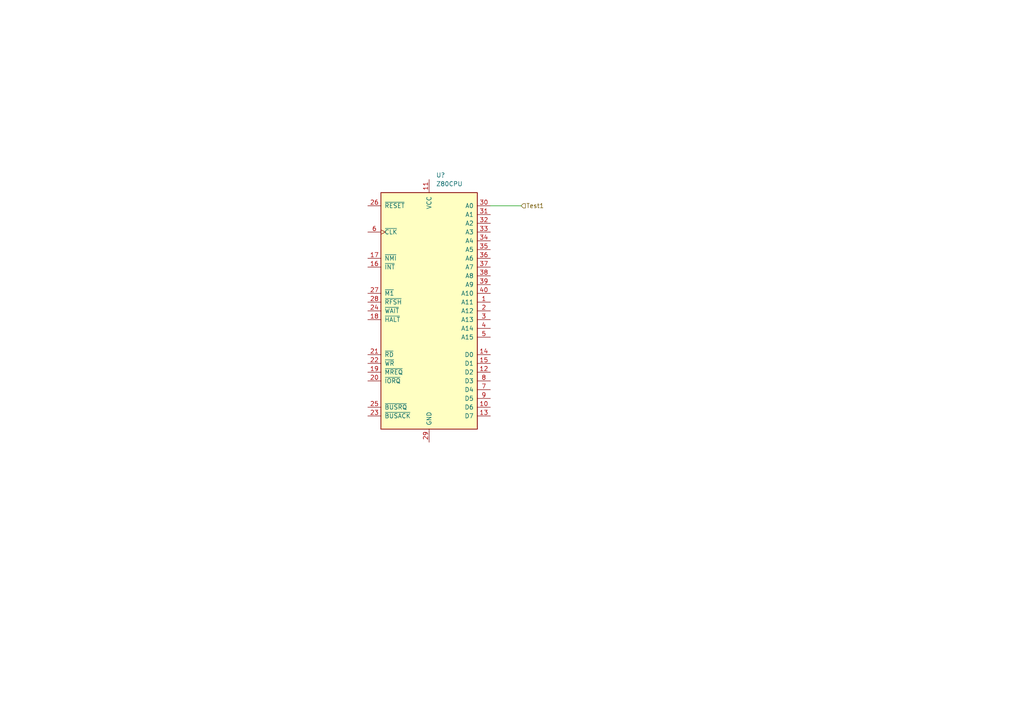
<source format=kicad_sch>
(kicad_sch (version 20211123) (generator eeschema)
  (paper "A4")
  (lib_symbols
    (symbol "CPU:Z80CPU" (pin_names (offset 1.016))
      (property "Reference" "U" (at -13.97 35.56 0))
      (property "Value" "Z80CPU" (at 6.35 35.56 0))
      (symbol "Z80CPU_0_1"
        (rectangle (start -13.97 34.29) (end 13.97 -34.29) (stroke (width 0.254)) (fill (type background)))
      )
      (symbol "Z80CPU_1_1"
        (pin output line (at 17.78 2.54 180) (length 3.81) (name "A11") (number "1"))
        (pin bidirectional line (at 17.78 -27.94 180) (length 3.81) (name "D6") (number "10"))
        (pin power_in line (at 0 38.1 270) (length 3.81) (name "VCC") (number "11"))
        (pin bidirectional line (at 17.78 -17.78 180) (length 3.81) (name "D2") (number "12"))
        (pin bidirectional line (at 17.78 -30.48 180) (length 3.81) (name "D7") (number "13"))
        (pin bidirectional line (at 17.78 -12.7 180) (length 3.81) (name "D0") (number "14"))
        (pin bidirectional line (at 17.78 -15.24 180) (length 3.81) (name "D1") (number "15"))
        (pin input line (at -17.78 12.7 0) (length 3.81) (name "~{INT}") (number "16"))
        (pin input line (at -17.78 15.24 0) (length 3.81) (name "~{NMI}") (number "17"))
        (pin output line (at -17.78 -2.54 0) (length 3.81) (name "~{HALT}") (number "18"))
        (pin output line (at -17.78 -17.78 0) (length 3.81) (name "~{MREQ}") (number "19"))
        (pin output line (at 17.78 0 180) (length 3.81) (name "A12") (number "2"))
        (pin output line (at -17.78 -20.32 0) (length 3.81) (name "~{IORQ}") (number "20"))
        (pin output line (at -17.78 -12.7 0) (length 3.81) (name "~{RD}") (number "21"))
        (pin output line (at -17.78 -15.24 0) (length 3.81) (name "~{WR}") (number "22"))
        (pin output line (at -17.78 -30.48 0) (length 3.81) (name "~{BUSACK}") (number "23"))
        (pin input line (at -17.78 0 0) (length 3.81) (name "~{WAIT}") (number "24"))
        (pin input line (at -17.78 -27.94 0) (length 3.81) (name "~{BUSRQ}") (number "25"))
        (pin input line (at -17.78 30.48 0) (length 3.81) (name "~{RESET}") (number "26"))
        (pin output line (at -17.78 5.08 0) (length 3.81) (name "~{M1}") (number "27"))
        (pin output line (at -17.78 2.54 0) (length 3.81) (name "~{RFSH}") (number "28"))
        (pin power_in line (at 0 -38.1 90) (length 3.81) (name "GND") (number "29"))
        (pin output line (at 17.78 -2.54 180) (length 3.81) (name "A13") (number "3"))
        (pin output line (at 17.78 30.48 180) (length 3.81) (name "A0") (number "30"))
        (pin output line (at 17.78 27.94 180) (length 3.81) (name "A1") (number "31"))
        (pin output line (at 17.78 25.4 180) (length 3.81) (name "A2") (number "32"))
        (pin output line (at 17.78 22.86 180) (length 3.81) (name "A3") (number "33"))
        (pin output line (at 17.78 20.32 180) (length 3.81) (name "A4") (number "34"))
        (pin output line (at 17.78 17.78 180) (length 3.81) (name "A5") (number "35"))
        (pin output line (at 17.78 15.24 180) (length 3.81) (name "A6") (number "36"))
        (pin output line (at 17.78 12.7 180) (length 3.81) (name "A7") (number "37"))
        (pin output line (at 17.78 10.16 180) (length 3.81) (name "A8") (number "38"))
        (pin output line (at 17.78 7.62 180) (length 3.81) (name "A9") (number "39"))
        (pin output line (at 17.78 -5.08 180) (length 3.81) (name "A14") (number "4"))
        (pin output line (at 17.78 5.08 180) (length 3.81) (name "A10") (number "40"))
        (pin output line (at 17.78 -7.62 180) (length 3.81) (name "A15") (number "5"))
        (pin input clock (at -17.78 22.86 0) (length 3.81) (name "~{CLK}") (number "6"))
        (pin bidirectional line (at 17.78 -22.86 180) (length 3.81) (name "D4") (number "7"))
        (pin bidirectional line (at 17.78 -20.32 180) (length 3.81) (name "D3") (number "8"))
        (pin bidirectional line (at 17.78 -25.4 180) (length 3.81) (name "D5") (number "9"))
      )
    )
  )
  (wire (pts (xy 142.24 59.69) (xy 151.13 59.69)))
  (hierarchical_label "Test1" (shape input) (at 151.13 59.69 0))
  (symbol (lib_id "CPU:Z80CPU") (at 124.46 90.17 0) (unit 1)
    (property "Reference" "U?" (at 126.4794 50.8 0) (effects (justify left)))
    (property "Value" "Z80CPU" (at 126.4794 53.34 0) (effects (justify left)))
    (property "Datasheet" "www.zilog.com/manage_directlink.php?filepath=docs/z80/um0080" (effects hide))
  )
)
</source>
